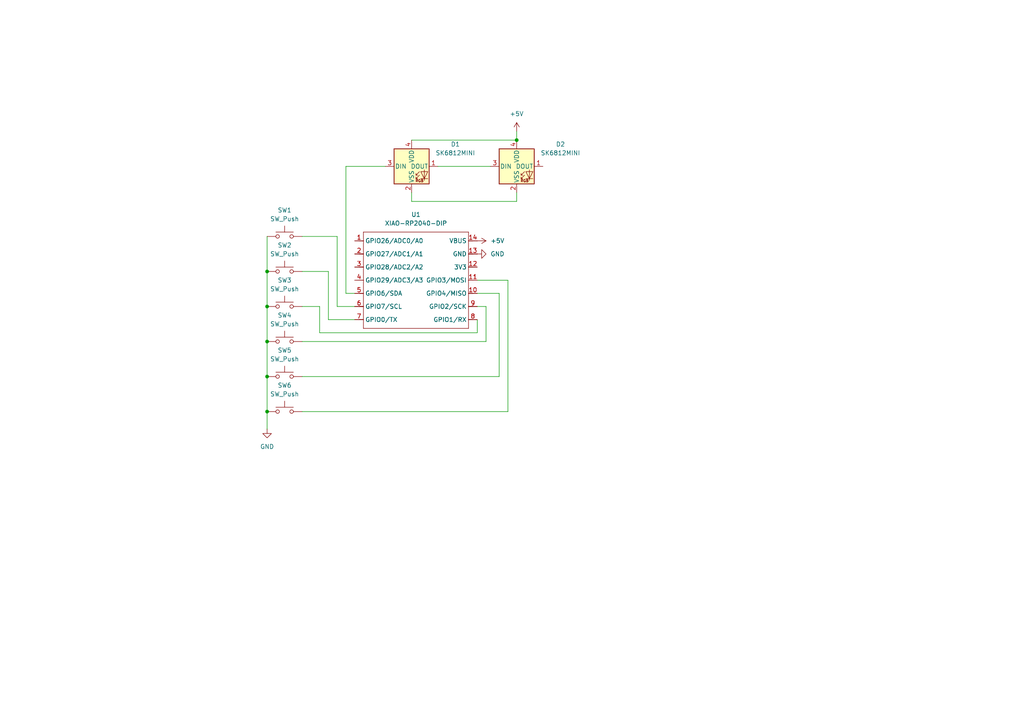
<source format=kicad_sch>
(kicad_sch
	(version 20250114)
	(generator "eeschema")
	(generator_version "9.0")
	(uuid "a6b0a94a-e7d4-4cc2-9777-4c6adc2aec2b")
	(paper "A4")
	(lib_symbols
		(symbol "LED:SK6812MINI"
			(pin_names
				(offset 0.254)
			)
			(exclude_from_sim no)
			(in_bom yes)
			(on_board yes)
			(property "Reference" "D"
				(at 5.08 5.715 0)
				(effects
					(font
						(size 1.27 1.27)
					)
					(justify right bottom)
				)
			)
			(property "Value" "SK6812MINI"
				(at 1.27 -5.715 0)
				(effects
					(font
						(size 1.27 1.27)
					)
					(justify left top)
				)
			)
			(property "Footprint" "LED_SMD:LED_SK6812MINI_PLCC4_3.5x3.5mm_P1.75mm"
				(at 1.27 -7.62 0)
				(effects
					(font
						(size 1.27 1.27)
					)
					(justify left top)
					(hide yes)
				)
			)
			(property "Datasheet" "https://cdn-shop.adafruit.com/product-files/2686/SK6812MINI_REV.01-1-2.pdf"
				(at 2.54 -9.525 0)
				(effects
					(font
						(size 1.27 1.27)
					)
					(justify left top)
					(hide yes)
				)
			)
			(property "Description" "RGB LED with integrated controller"
				(at 0 0 0)
				(effects
					(font
						(size 1.27 1.27)
					)
					(hide yes)
				)
			)
			(property "ki_keywords" "RGB LED NeoPixel Mini addressable"
				(at 0 0 0)
				(effects
					(font
						(size 1.27 1.27)
					)
					(hide yes)
				)
			)
			(property "ki_fp_filters" "LED*SK6812MINI*PLCC*3.5x3.5mm*P1.75mm*"
				(at 0 0 0)
				(effects
					(font
						(size 1.27 1.27)
					)
					(hide yes)
				)
			)
			(symbol "SK6812MINI_0_0"
				(text "RGB"
					(at 2.286 -4.191 0)
					(effects
						(font
							(size 0.762 0.762)
						)
					)
				)
			)
			(symbol "SK6812MINI_0_1"
				(polyline
					(pts
						(xy 1.27 -2.54) (xy 1.778 -2.54)
					)
					(stroke
						(width 0)
						(type default)
					)
					(fill
						(type none)
					)
				)
				(polyline
					(pts
						(xy 1.27 -3.556) (xy 1.778 -3.556)
					)
					(stroke
						(width 0)
						(type default)
					)
					(fill
						(type none)
					)
				)
				(polyline
					(pts
						(xy 2.286 -1.524) (xy 1.27 -2.54) (xy 1.27 -2.032)
					)
					(stroke
						(width 0)
						(type default)
					)
					(fill
						(type none)
					)
				)
				(polyline
					(pts
						(xy 2.286 -2.54) (xy 1.27 -3.556) (xy 1.27 -3.048)
					)
					(stroke
						(width 0)
						(type default)
					)
					(fill
						(type none)
					)
				)
				(polyline
					(pts
						(xy 3.683 -1.016) (xy 3.683 -3.556) (xy 3.683 -4.064)
					)
					(stroke
						(width 0)
						(type default)
					)
					(fill
						(type none)
					)
				)
				(polyline
					(pts
						(xy 4.699 -1.524) (xy 2.667 -1.524) (xy 3.683 -3.556) (xy 4.699 -1.524)
					)
					(stroke
						(width 0)
						(type default)
					)
					(fill
						(type none)
					)
				)
				(polyline
					(pts
						(xy 4.699 -3.556) (xy 2.667 -3.556)
					)
					(stroke
						(width 0)
						(type default)
					)
					(fill
						(type none)
					)
				)
				(rectangle
					(start 5.08 5.08)
					(end -5.08 -5.08)
					(stroke
						(width 0.254)
						(type default)
					)
					(fill
						(type background)
					)
				)
			)
			(symbol "SK6812MINI_1_1"
				(pin input line
					(at -7.62 0 0)
					(length 2.54)
					(name "DIN"
						(effects
							(font
								(size 1.27 1.27)
							)
						)
					)
					(number "3"
						(effects
							(font
								(size 1.27 1.27)
							)
						)
					)
				)
				(pin power_in line
					(at 0 7.62 270)
					(length 2.54)
					(name "VDD"
						(effects
							(font
								(size 1.27 1.27)
							)
						)
					)
					(number "4"
						(effects
							(font
								(size 1.27 1.27)
							)
						)
					)
				)
				(pin power_in line
					(at 0 -7.62 90)
					(length 2.54)
					(name "VSS"
						(effects
							(font
								(size 1.27 1.27)
							)
						)
					)
					(number "2"
						(effects
							(font
								(size 1.27 1.27)
							)
						)
					)
				)
				(pin output line
					(at 7.62 0 180)
					(length 2.54)
					(name "DOUT"
						(effects
							(font
								(size 1.27 1.27)
							)
						)
					)
					(number "1"
						(effects
							(font
								(size 1.27 1.27)
							)
						)
					)
				)
			)
			(embedded_fonts no)
		)
		(symbol "OPL:XIAO-RP2040-DIP"
			(exclude_from_sim no)
			(in_bom yes)
			(on_board yes)
			(property "Reference" "U"
				(at 0 0 0)
				(effects
					(font
						(size 1.27 1.27)
					)
				)
			)
			(property "Value" "XIAO-RP2040-DIP"
				(at 5.334 -1.778 0)
				(effects
					(font
						(size 1.27 1.27)
					)
				)
			)
			(property "Footprint" "Module:MOUDLE14P-XIAO-DIP-SMD"
				(at 14.478 -32.258 0)
				(effects
					(font
						(size 1.27 1.27)
					)
					(hide yes)
				)
			)
			(property "Datasheet" ""
				(at 0 0 0)
				(effects
					(font
						(size 1.27 1.27)
					)
					(hide yes)
				)
			)
			(property "Description" ""
				(at 0 0 0)
				(effects
					(font
						(size 1.27 1.27)
					)
					(hide yes)
				)
			)
			(symbol "XIAO-RP2040-DIP_1_0"
				(polyline
					(pts
						(xy -1.27 -2.54) (xy 29.21 -2.54)
					)
					(stroke
						(width 0.1524)
						(type solid)
					)
					(fill
						(type none)
					)
				)
				(polyline
					(pts
						(xy -1.27 -5.08) (xy -2.54 -5.08)
					)
					(stroke
						(width 0.1524)
						(type solid)
					)
					(fill
						(type none)
					)
				)
				(polyline
					(pts
						(xy -1.27 -5.08) (xy -1.27 -2.54)
					)
					(stroke
						(width 0.1524)
						(type solid)
					)
					(fill
						(type none)
					)
				)
				(polyline
					(pts
						(xy -1.27 -8.89) (xy -2.54 -8.89)
					)
					(stroke
						(width 0.1524)
						(type solid)
					)
					(fill
						(type none)
					)
				)
				(polyline
					(pts
						(xy -1.27 -8.89) (xy -1.27 -5.08)
					)
					(stroke
						(width 0.1524)
						(type solid)
					)
					(fill
						(type none)
					)
				)
				(polyline
					(pts
						(xy -1.27 -12.7) (xy -2.54 -12.7)
					)
					(stroke
						(width 0.1524)
						(type solid)
					)
					(fill
						(type none)
					)
				)
				(polyline
					(pts
						(xy -1.27 -12.7) (xy -1.27 -8.89)
					)
					(stroke
						(width 0.1524)
						(type solid)
					)
					(fill
						(type none)
					)
				)
				(polyline
					(pts
						(xy -1.27 -16.51) (xy -2.54 -16.51)
					)
					(stroke
						(width 0.1524)
						(type solid)
					)
					(fill
						(type none)
					)
				)
				(polyline
					(pts
						(xy -1.27 -16.51) (xy -1.27 -12.7)
					)
					(stroke
						(width 0.1524)
						(type solid)
					)
					(fill
						(type none)
					)
				)
				(polyline
					(pts
						(xy -1.27 -20.32) (xy -2.54 -20.32)
					)
					(stroke
						(width 0.1524)
						(type solid)
					)
					(fill
						(type none)
					)
				)
				(polyline
					(pts
						(xy -1.27 -24.13) (xy -2.54 -24.13)
					)
					(stroke
						(width 0.1524)
						(type solid)
					)
					(fill
						(type none)
					)
				)
				(polyline
					(pts
						(xy -1.27 -27.94) (xy -2.54 -27.94)
					)
					(stroke
						(width 0.1524)
						(type solid)
					)
					(fill
						(type none)
					)
				)
				(polyline
					(pts
						(xy -1.27 -30.48) (xy -1.27 -16.51)
					)
					(stroke
						(width 0.1524)
						(type solid)
					)
					(fill
						(type none)
					)
				)
				(polyline
					(pts
						(xy 29.21 -2.54) (xy 29.21 -5.08)
					)
					(stroke
						(width 0.1524)
						(type solid)
					)
					(fill
						(type none)
					)
				)
				(polyline
					(pts
						(xy 29.21 -5.08) (xy 29.21 -8.89)
					)
					(stroke
						(width 0.1524)
						(type solid)
					)
					(fill
						(type none)
					)
				)
				(polyline
					(pts
						(xy 29.21 -8.89) (xy 29.21 -12.7)
					)
					(stroke
						(width 0.1524)
						(type solid)
					)
					(fill
						(type none)
					)
				)
				(polyline
					(pts
						(xy 29.21 -12.7) (xy 29.21 -30.48)
					)
					(stroke
						(width 0.1524)
						(type solid)
					)
					(fill
						(type none)
					)
				)
				(polyline
					(pts
						(xy 29.21 -30.48) (xy -1.27 -30.48)
					)
					(stroke
						(width 0.1524)
						(type solid)
					)
					(fill
						(type none)
					)
				)
				(polyline
					(pts
						(xy 30.48 -5.08) (xy 29.21 -5.08)
					)
					(stroke
						(width 0.1524)
						(type solid)
					)
					(fill
						(type none)
					)
				)
				(polyline
					(pts
						(xy 30.48 -8.89) (xy 29.21 -8.89)
					)
					(stroke
						(width 0.1524)
						(type solid)
					)
					(fill
						(type none)
					)
				)
				(polyline
					(pts
						(xy 30.48 -12.7) (xy 29.21 -12.7)
					)
					(stroke
						(width 0.1524)
						(type solid)
					)
					(fill
						(type none)
					)
				)
				(polyline
					(pts
						(xy 30.48 -16.51) (xy 29.21 -16.51)
					)
					(stroke
						(width 0.1524)
						(type solid)
					)
					(fill
						(type none)
					)
				)
				(polyline
					(pts
						(xy 30.48 -20.32) (xy 29.21 -20.32)
					)
					(stroke
						(width 0.1524)
						(type solid)
					)
					(fill
						(type none)
					)
				)
				(polyline
					(pts
						(xy 30.48 -24.13) (xy 29.21 -24.13)
					)
					(stroke
						(width 0.1524)
						(type solid)
					)
					(fill
						(type none)
					)
				)
				(polyline
					(pts
						(xy 30.48 -27.94) (xy 29.21 -27.94)
					)
					(stroke
						(width 0.1524)
						(type solid)
					)
					(fill
						(type none)
					)
				)
				(pin passive line
					(at -3.81 -5.08 0)
					(length 2.54)
					(name "GPIO26/ADC0/A0"
						(effects
							(font
								(size 1.27 1.27)
							)
						)
					)
					(number "1"
						(effects
							(font
								(size 1.27 1.27)
							)
						)
					)
				)
				(pin passive line
					(at -3.81 -8.89 0)
					(length 2.54)
					(name "GPIO27/ADC1/A1"
						(effects
							(font
								(size 1.27 1.27)
							)
						)
					)
					(number "2"
						(effects
							(font
								(size 1.27 1.27)
							)
						)
					)
				)
				(pin passive line
					(at -3.81 -12.7 0)
					(length 2.54)
					(name "GPIO28/ADC2/A2"
						(effects
							(font
								(size 1.27 1.27)
							)
						)
					)
					(number "3"
						(effects
							(font
								(size 1.27 1.27)
							)
						)
					)
				)
				(pin passive line
					(at -3.81 -16.51 0)
					(length 2.54)
					(name "GPIO29/ADC3/A3"
						(effects
							(font
								(size 1.27 1.27)
							)
						)
					)
					(number "4"
						(effects
							(font
								(size 1.27 1.27)
							)
						)
					)
				)
				(pin passive line
					(at -3.81 -20.32 0)
					(length 2.54)
					(name "GPIO6/SDA"
						(effects
							(font
								(size 1.27 1.27)
							)
						)
					)
					(number "5"
						(effects
							(font
								(size 1.27 1.27)
							)
						)
					)
				)
				(pin passive line
					(at -3.81 -24.13 0)
					(length 2.54)
					(name "GPIO7/SCL"
						(effects
							(font
								(size 1.27 1.27)
							)
						)
					)
					(number "6"
						(effects
							(font
								(size 1.27 1.27)
							)
						)
					)
				)
				(pin passive line
					(at -3.81 -27.94 0)
					(length 2.54)
					(name "GPIO0/TX"
						(effects
							(font
								(size 1.27 1.27)
							)
						)
					)
					(number "7"
						(effects
							(font
								(size 1.27 1.27)
							)
						)
					)
				)
				(pin passive line
					(at 31.75 -5.08 180)
					(length 2.54)
					(name "VBUS"
						(effects
							(font
								(size 1.27 1.27)
							)
						)
					)
					(number "14"
						(effects
							(font
								(size 1.27 1.27)
							)
						)
					)
				)
				(pin passive line
					(at 31.75 -8.89 180)
					(length 2.54)
					(name "GND"
						(effects
							(font
								(size 1.27 1.27)
							)
						)
					)
					(number "13"
						(effects
							(font
								(size 1.27 1.27)
							)
						)
					)
				)
				(pin passive line
					(at 31.75 -12.7 180)
					(length 2.54)
					(name "3V3"
						(effects
							(font
								(size 1.27 1.27)
							)
						)
					)
					(number "12"
						(effects
							(font
								(size 1.27 1.27)
							)
						)
					)
				)
				(pin passive line
					(at 31.75 -16.51 180)
					(length 2.54)
					(name "GPIO3/MOSI"
						(effects
							(font
								(size 1.27 1.27)
							)
						)
					)
					(number "11"
						(effects
							(font
								(size 1.27 1.27)
							)
						)
					)
				)
				(pin passive line
					(at 31.75 -20.32 180)
					(length 2.54)
					(name "GPIO4/MISO"
						(effects
							(font
								(size 1.27 1.27)
							)
						)
					)
					(number "10"
						(effects
							(font
								(size 1.27 1.27)
							)
						)
					)
				)
				(pin passive line
					(at 31.75 -24.13 180)
					(length 2.54)
					(name "GPIO2/SCK"
						(effects
							(font
								(size 1.27 1.27)
							)
						)
					)
					(number "9"
						(effects
							(font
								(size 1.27 1.27)
							)
						)
					)
				)
				(pin passive line
					(at 31.75 -27.94 180)
					(length 2.54)
					(name "GPIO1/RX"
						(effects
							(font
								(size 1.27 1.27)
							)
						)
					)
					(number "8"
						(effects
							(font
								(size 1.27 1.27)
							)
						)
					)
				)
			)
			(embedded_fonts no)
		)
		(symbol "Switch:SW_Push"
			(pin_numbers
				(hide yes)
			)
			(pin_names
				(offset 1.016)
				(hide yes)
			)
			(exclude_from_sim no)
			(in_bom yes)
			(on_board yes)
			(property "Reference" "SW"
				(at 1.27 2.54 0)
				(effects
					(font
						(size 1.27 1.27)
					)
					(justify left)
				)
			)
			(property "Value" "SW_Push"
				(at 0 -1.524 0)
				(effects
					(font
						(size 1.27 1.27)
					)
				)
			)
			(property "Footprint" ""
				(at 0 5.08 0)
				(effects
					(font
						(size 1.27 1.27)
					)
					(hide yes)
				)
			)
			(property "Datasheet" "~"
				(at 0 5.08 0)
				(effects
					(font
						(size 1.27 1.27)
					)
					(hide yes)
				)
			)
			(property "Description" "Push button switch, generic, two pins"
				(at 0 0 0)
				(effects
					(font
						(size 1.27 1.27)
					)
					(hide yes)
				)
			)
			(property "ki_keywords" "switch normally-open pushbutton push-button"
				(at 0 0 0)
				(effects
					(font
						(size 1.27 1.27)
					)
					(hide yes)
				)
			)
			(symbol "SW_Push_0_1"
				(circle
					(center -2.032 0)
					(radius 0.508)
					(stroke
						(width 0)
						(type default)
					)
					(fill
						(type none)
					)
				)
				(polyline
					(pts
						(xy 0 1.27) (xy 0 3.048)
					)
					(stroke
						(width 0)
						(type default)
					)
					(fill
						(type none)
					)
				)
				(circle
					(center 2.032 0)
					(radius 0.508)
					(stroke
						(width 0)
						(type default)
					)
					(fill
						(type none)
					)
				)
				(polyline
					(pts
						(xy 2.54 1.27) (xy -2.54 1.27)
					)
					(stroke
						(width 0)
						(type default)
					)
					(fill
						(type none)
					)
				)
				(pin passive line
					(at -5.08 0 0)
					(length 2.54)
					(name "1"
						(effects
							(font
								(size 1.27 1.27)
							)
						)
					)
					(number "1"
						(effects
							(font
								(size 1.27 1.27)
							)
						)
					)
				)
				(pin passive line
					(at 5.08 0 180)
					(length 2.54)
					(name "2"
						(effects
							(font
								(size 1.27 1.27)
							)
						)
					)
					(number "2"
						(effects
							(font
								(size 1.27 1.27)
							)
						)
					)
				)
			)
			(embedded_fonts no)
		)
		(symbol "power:+5V"
			(power)
			(pin_numbers
				(hide yes)
			)
			(pin_names
				(offset 0)
				(hide yes)
			)
			(exclude_from_sim no)
			(in_bom yes)
			(on_board yes)
			(property "Reference" "#PWR"
				(at 0 -3.81 0)
				(effects
					(font
						(size 1.27 1.27)
					)
					(hide yes)
				)
			)
			(property "Value" "+5V"
				(at 0 3.556 0)
				(effects
					(font
						(size 1.27 1.27)
					)
				)
			)
			(property "Footprint" ""
				(at 0 0 0)
				(effects
					(font
						(size 1.27 1.27)
					)
					(hide yes)
				)
			)
			(property "Datasheet" ""
				(at 0 0 0)
				(effects
					(font
						(size 1.27 1.27)
					)
					(hide yes)
				)
			)
			(property "Description" "Power symbol creates a global label with name \"+5V\""
				(at 0 0 0)
				(effects
					(font
						(size 1.27 1.27)
					)
					(hide yes)
				)
			)
			(property "ki_keywords" "global power"
				(at 0 0 0)
				(effects
					(font
						(size 1.27 1.27)
					)
					(hide yes)
				)
			)
			(symbol "+5V_0_1"
				(polyline
					(pts
						(xy -0.762 1.27) (xy 0 2.54)
					)
					(stroke
						(width 0)
						(type default)
					)
					(fill
						(type none)
					)
				)
				(polyline
					(pts
						(xy 0 2.54) (xy 0.762 1.27)
					)
					(stroke
						(width 0)
						(type default)
					)
					(fill
						(type none)
					)
				)
				(polyline
					(pts
						(xy 0 0) (xy 0 2.54)
					)
					(stroke
						(width 0)
						(type default)
					)
					(fill
						(type none)
					)
				)
			)
			(symbol "+5V_1_1"
				(pin power_in line
					(at 0 0 90)
					(length 0)
					(name "~"
						(effects
							(font
								(size 1.27 1.27)
							)
						)
					)
					(number "1"
						(effects
							(font
								(size 1.27 1.27)
							)
						)
					)
				)
			)
			(embedded_fonts no)
		)
		(symbol "power:GND"
			(power)
			(pin_numbers
				(hide yes)
			)
			(pin_names
				(offset 0)
				(hide yes)
			)
			(exclude_from_sim no)
			(in_bom yes)
			(on_board yes)
			(property "Reference" "#PWR"
				(at 0 -6.35 0)
				(effects
					(font
						(size 1.27 1.27)
					)
					(hide yes)
				)
			)
			(property "Value" "GND"
				(at 0 -3.81 0)
				(effects
					(font
						(size 1.27 1.27)
					)
				)
			)
			(property "Footprint" ""
				(at 0 0 0)
				(effects
					(font
						(size 1.27 1.27)
					)
					(hide yes)
				)
			)
			(property "Datasheet" ""
				(at 0 0 0)
				(effects
					(font
						(size 1.27 1.27)
					)
					(hide yes)
				)
			)
			(property "Description" "Power symbol creates a global label with name \"GND\" , ground"
				(at 0 0 0)
				(effects
					(font
						(size 1.27 1.27)
					)
					(hide yes)
				)
			)
			(property "ki_keywords" "global power"
				(at 0 0 0)
				(effects
					(font
						(size 1.27 1.27)
					)
					(hide yes)
				)
			)
			(symbol "GND_0_1"
				(polyline
					(pts
						(xy 0 0) (xy 0 -1.27) (xy 1.27 -1.27) (xy 0 -2.54) (xy -1.27 -1.27) (xy 0 -1.27)
					)
					(stroke
						(width 0)
						(type default)
					)
					(fill
						(type none)
					)
				)
			)
			(symbol "GND_1_1"
				(pin power_in line
					(at 0 0 270)
					(length 0)
					(name "~"
						(effects
							(font
								(size 1.27 1.27)
							)
						)
					)
					(number "1"
						(effects
							(font
								(size 1.27 1.27)
							)
						)
					)
				)
			)
			(embedded_fonts no)
		)
	)
	(junction
		(at 77.47 88.9)
		(diameter 0)
		(color 0 0 0 0)
		(uuid "3dc42176-8457-46af-a134-48d48ac243d3")
	)
	(junction
		(at 77.47 119.38)
		(diameter 0)
		(color 0 0 0 0)
		(uuid "45a925c0-8615-46ae-8481-37c7b4a74faf")
	)
	(junction
		(at 77.47 99.06)
		(diameter 0)
		(color 0 0 0 0)
		(uuid "5c99d660-a4ad-4e79-b603-f1e2fa6c92cb")
	)
	(junction
		(at 149.86 40.64)
		(diameter 0)
		(color 0 0 0 0)
		(uuid "856a9452-32c3-4028-8cdf-6c1e1bc06538")
	)
	(junction
		(at 77.47 78.74)
		(diameter 0)
		(color 0 0 0 0)
		(uuid "8c0b66aa-b169-4a28-883a-560c8cb8239c")
	)
	(junction
		(at 77.47 109.22)
		(diameter 0)
		(color 0 0 0 0)
		(uuid "9b6381e5-1e75-4cec-a563-8c48f93c6fa8")
	)
	(wire
		(pts
			(xy 119.38 58.42) (xy 149.86 58.42)
		)
		(stroke
			(width 0)
			(type default)
		)
		(uuid "0d43477b-1199-4871-a3d7-c79d0415b4e9")
	)
	(wire
		(pts
			(xy 87.63 88.9) (xy 92.71 88.9)
		)
		(stroke
			(width 0)
			(type default)
		)
		(uuid "0da6aae0-702d-45f7-b320-d0b25dac509e")
	)
	(wire
		(pts
			(xy 147.32 119.38) (xy 147.32 81.28)
		)
		(stroke
			(width 0)
			(type default)
		)
		(uuid "0da911b7-d904-4860-90ea-714c9f348e13")
	)
	(wire
		(pts
			(xy 87.63 99.06) (xy 140.97 99.06)
		)
		(stroke
			(width 0)
			(type default)
		)
		(uuid "0ef25696-655e-4180-b93f-46086c591084")
	)
	(wire
		(pts
			(xy 144.78 109.22) (xy 144.78 85.09)
		)
		(stroke
			(width 0)
			(type default)
		)
		(uuid "10b17205-c655-47ba-9b72-3d09559265e4")
	)
	(wire
		(pts
			(xy 147.32 81.28) (xy 138.43 81.28)
		)
		(stroke
			(width 0)
			(type default)
		)
		(uuid "1a35193e-e451-4428-ab7b-9f222bd21cf5")
	)
	(wire
		(pts
			(xy 95.25 78.74) (xy 95.25 92.71)
		)
		(stroke
			(width 0)
			(type default)
		)
		(uuid "1d719e13-7aed-48c9-ac19-884e532b574b")
	)
	(wire
		(pts
			(xy 77.47 109.22) (xy 77.47 119.38)
		)
		(stroke
			(width 0)
			(type default)
		)
		(uuid "2224e348-0931-40e0-9401-83f4e9fae3a3")
	)
	(wire
		(pts
			(xy 119.38 40.64) (xy 149.86 40.64)
		)
		(stroke
			(width 0)
			(type default)
		)
		(uuid "2316bbfc-9561-4aa7-b880-336fc4457013")
	)
	(wire
		(pts
			(xy 87.63 68.58) (xy 97.79 68.58)
		)
		(stroke
			(width 0)
			(type default)
		)
		(uuid "2465f6ea-a8df-4830-b8b0-8537385ba60c")
	)
	(wire
		(pts
			(xy 92.71 88.9) (xy 92.71 96.52)
		)
		(stroke
			(width 0)
			(type default)
		)
		(uuid "254f2eb5-7771-40be-ad39-6e4d8cecc292")
	)
	(wire
		(pts
			(xy 97.79 88.9) (xy 102.87 88.9)
		)
		(stroke
			(width 0)
			(type default)
		)
		(uuid "263c15e4-dc0a-4c0f-bfe3-a40eacf9852a")
	)
	(wire
		(pts
			(xy 97.79 68.58) (xy 97.79 88.9)
		)
		(stroke
			(width 0)
			(type default)
		)
		(uuid "2d1a219a-b28e-4ffc-bdfc-3819c6244d23")
	)
	(wire
		(pts
			(xy 87.63 109.22) (xy 144.78 109.22)
		)
		(stroke
			(width 0)
			(type default)
		)
		(uuid "34828411-e8f0-4fe8-bc92-98de8c8da6b6")
	)
	(wire
		(pts
			(xy 77.47 88.9) (xy 77.47 99.06)
		)
		(stroke
			(width 0)
			(type default)
		)
		(uuid "4420c878-c5c2-4ed6-911b-ec2707372d7c")
	)
	(wire
		(pts
			(xy 127 48.26) (xy 142.24 48.26)
		)
		(stroke
			(width 0)
			(type default)
		)
		(uuid "450fb0a1-67da-44d6-9cad-efd19a701017")
	)
	(wire
		(pts
			(xy 100.33 48.26) (xy 100.33 85.09)
		)
		(stroke
			(width 0)
			(type default)
		)
		(uuid "4f9a6a4c-9594-4749-a07e-72155a973c12")
	)
	(wire
		(pts
			(xy 149.86 38.1) (xy 149.86 40.64)
		)
		(stroke
			(width 0)
			(type default)
		)
		(uuid "63ecc3f8-c459-4121-a373-9ca2d7ba8e48")
	)
	(wire
		(pts
			(xy 138.43 96.52) (xy 138.43 92.71)
		)
		(stroke
			(width 0)
			(type default)
		)
		(uuid "6eb64a89-98be-4b7c-a9e6-08a0a24deb9a")
	)
	(wire
		(pts
			(xy 95.25 92.71) (xy 102.87 92.71)
		)
		(stroke
			(width 0)
			(type default)
		)
		(uuid "6eec769c-9844-494d-8b47-d35dfe5b945f")
	)
	(wire
		(pts
			(xy 87.63 78.74) (xy 95.25 78.74)
		)
		(stroke
			(width 0)
			(type default)
		)
		(uuid "745883d6-6fe5-429d-b5e7-58afae68314f")
	)
	(wire
		(pts
			(xy 140.97 88.9) (xy 138.43 88.9)
		)
		(stroke
			(width 0)
			(type default)
		)
		(uuid "7fbfc39c-48c0-47f9-8f57-d5e51569f5df")
	)
	(wire
		(pts
			(xy 119.38 55.88) (xy 119.38 58.42)
		)
		(stroke
			(width 0)
			(type default)
		)
		(uuid "86d542e5-fe66-4485-aaec-f39feb054169")
	)
	(wire
		(pts
			(xy 77.47 78.74) (xy 77.47 88.9)
		)
		(stroke
			(width 0)
			(type default)
		)
		(uuid "9b8f5a8c-f010-4415-9676-539b35f8b241")
	)
	(wire
		(pts
			(xy 92.71 96.52) (xy 138.43 96.52)
		)
		(stroke
			(width 0)
			(type default)
		)
		(uuid "9c16e0d9-9f5e-4b7b-b92f-e6beac52b641")
	)
	(wire
		(pts
			(xy 144.78 85.09) (xy 138.43 85.09)
		)
		(stroke
			(width 0)
			(type default)
		)
		(uuid "9cab16fc-8c48-4c23-ab59-65d9f26b7fda")
	)
	(wire
		(pts
			(xy 149.86 58.42) (xy 149.86 55.88)
		)
		(stroke
			(width 0)
			(type default)
		)
		(uuid "a4aeb719-3110-4824-8b54-49eb8b7e5988")
	)
	(wire
		(pts
			(xy 100.33 85.09) (xy 102.87 85.09)
		)
		(stroke
			(width 0)
			(type default)
		)
		(uuid "af379153-5d01-4a7a-8ff8-edc2a63c3192")
	)
	(wire
		(pts
			(xy 87.63 119.38) (xy 147.32 119.38)
		)
		(stroke
			(width 0)
			(type default)
		)
		(uuid "c1289c84-2023-46fa-8076-8d3ab0047183")
	)
	(wire
		(pts
			(xy 140.97 99.06) (xy 140.97 88.9)
		)
		(stroke
			(width 0)
			(type default)
		)
		(uuid "c91bdde1-04d8-4f83-af68-c6f081b9ac03")
	)
	(wire
		(pts
			(xy 77.47 119.38) (xy 77.47 124.46)
		)
		(stroke
			(width 0)
			(type default)
		)
		(uuid "dd4524c8-dcf9-49ac-b8b8-a92a29e03eba")
	)
	(wire
		(pts
			(xy 77.47 99.06) (xy 77.47 109.22)
		)
		(stroke
			(width 0)
			(type default)
		)
		(uuid "ed08dec0-1566-4c97-9dcd-a1d96f5abe4f")
	)
	(wire
		(pts
			(xy 111.76 48.26) (xy 100.33 48.26)
		)
		(stroke
			(width 0)
			(type default)
		)
		(uuid "f97e4512-aa34-42f6-bbd5-44c60fe2ff73")
	)
	(wire
		(pts
			(xy 77.47 68.58) (xy 77.47 78.74)
		)
		(stroke
			(width 0)
			(type default)
		)
		(uuid "fda84282-97f4-4980-820d-4ccc079331ae")
	)
	(symbol
		(lib_id "Switch:SW_Push")
		(at 82.55 68.58 0)
		(unit 1)
		(exclude_from_sim no)
		(in_bom yes)
		(on_board yes)
		(dnp no)
		(fields_autoplaced yes)
		(uuid "0907fe96-1632-47c6-bfe4-77d954e50fce")
		(property "Reference" "SW1"
			(at 82.55 60.96 0)
			(effects
				(font
					(size 1.27 1.27)
				)
			)
		)
		(property "Value" "SW_Push"
			(at 82.55 63.5 0)
			(effects
				(font
					(size 1.27 1.27)
				)
			)
		)
		(property "Footprint" "Button_Switch_Keyboard:SW_Cherry_MX_1.00u_PCB"
			(at 82.55 63.5 0)
			(effects
				(font
					(size 1.27 1.27)
				)
				(hide yes)
			)
		)
		(property "Datasheet" "~"
			(at 82.55 63.5 0)
			(effects
				(font
					(size 1.27 1.27)
				)
				(hide yes)
			)
		)
		(property "Description" "Push button switch, generic, two pins"
			(at 82.55 68.58 0)
			(effects
				(font
					(size 1.27 1.27)
				)
				(hide yes)
			)
		)
		(pin "1"
			(uuid "0de75d61-a312-4c74-94d7-a4f13bd26212")
		)
		(pin "2"
			(uuid "6b041782-4d9a-4002-bf4d-97290b7f0bfd")
		)
		(instances
			(project ""
				(path "/a6b0a94a-e7d4-4cc2-9777-4c6adc2aec2b"
					(reference "SW1")
					(unit 1)
				)
			)
		)
	)
	(symbol
		(lib_id "Switch:SW_Push")
		(at 82.55 78.74 0)
		(unit 1)
		(exclude_from_sim no)
		(in_bom yes)
		(on_board yes)
		(dnp no)
		(fields_autoplaced yes)
		(uuid "0a67ef4d-b9bb-48eb-a418-12c43ea22407")
		(property "Reference" "SW2"
			(at 82.55 71.12 0)
			(effects
				(font
					(size 1.27 1.27)
				)
			)
		)
		(property "Value" "SW_Push"
			(at 82.55 73.66 0)
			(effects
				(font
					(size 1.27 1.27)
				)
			)
		)
		(property "Footprint" "Button_Switch_Keyboard:SW_Cherry_MX_1.00u_PCB"
			(at 82.55 73.66 0)
			(effects
				(font
					(size 1.27 1.27)
				)
				(hide yes)
			)
		)
		(property "Datasheet" "~"
			(at 82.55 73.66 0)
			(effects
				(font
					(size 1.27 1.27)
				)
				(hide yes)
			)
		)
		(property "Description" "Push button switch, generic, two pins"
			(at 82.55 78.74 0)
			(effects
				(font
					(size 1.27 1.27)
				)
				(hide yes)
			)
		)
		(pin "1"
			(uuid "0de75d61-a312-4c74-94d7-a4f13bd26213")
		)
		(pin "2"
			(uuid "6b041782-4d9a-4002-bf4d-97290b7f0bfe")
		)
		(instances
			(project ""
				(path "/a6b0a94a-e7d4-4cc2-9777-4c6adc2aec2b"
					(reference "SW2")
					(unit 1)
				)
			)
		)
	)
	(symbol
		(lib_id "OPL:XIAO-RP2040-DIP")
		(at 106.68 64.77 0)
		(unit 1)
		(exclude_from_sim no)
		(in_bom yes)
		(on_board yes)
		(dnp no)
		(fields_autoplaced yes)
		(uuid "0dbb849a-9624-4e25-8c73-fdc3fb70bcac")
		(property "Reference" "U1"
			(at 120.65 62.23 0)
			(effects
				(font
					(size 1.27 1.27)
				)
			)
		)
		(property "Value" "XIAO-RP2040-DIP"
			(at 120.65 64.77 0)
			(effects
				(font
					(size 1.27 1.27)
				)
			)
		)
		(property "Footprint" "OPL:XIAO-RP2040-DIP"
			(at 121.158 97.028 0)
			(effects
				(font
					(size 1.27 1.27)
				)
				(hide yes)
			)
		)
		(property "Datasheet" ""
			(at 106.68 64.77 0)
			(effects
				(font
					(size 1.27 1.27)
				)
				(hide yes)
			)
		)
		(property "Description" ""
			(at 106.68 64.77 0)
			(effects
				(font
					(size 1.27 1.27)
				)
				(hide yes)
			)
		)
		(pin "13"
			(uuid "7a5b81ab-826c-413e-933d-582befcdf1f9")
		)
		(pin "1"
			(uuid "708ce859-d44d-44b3-b7d0-9d20374d6d07")
		)
		(pin "7"
			(uuid "1d99915e-b9f8-4954-9eb2-baa5f384398e")
		)
		(pin "6"
			(uuid "98adede2-b20b-43b1-93eb-6cb494e7ec35")
		)
		(pin "2"
			(uuid "1c806015-1dba-43e3-99ca-81f119cdee7e")
		)
		(pin "3"
			(uuid "76580561-84a9-4b8c-b41b-bfad6e47c0d2")
		)
		(pin "4"
			(uuid "99cac354-be59-4300-a12b-1f7b0077cbdb")
		)
		(pin "5"
			(uuid "ed1d71ca-c4b8-449a-a29a-2241457c3d29")
		)
		(pin "14"
			(uuid "a3052890-77b6-4d02-8974-2e9a04767113")
		)
		(pin "12"
			(uuid "f05f3a7a-b36a-41de-88aa-8b675facfb61")
		)
		(pin "11"
			(uuid "51f9aa36-14b4-414b-8437-766eb20fb64d")
		)
		(pin "9"
			(uuid "e4ea49d7-d763-4552-814b-680c59b5005f")
		)
		(pin "8"
			(uuid "0bc289a5-8b12-454f-bace-3769ca414f34")
		)
		(pin "10"
			(uuid "b3144d3b-c064-440f-9279-039017a64a8c")
		)
		(instances
			(project ""
				(path "/a6b0a94a-e7d4-4cc2-9777-4c6adc2aec2b"
					(reference "U1")
					(unit 1)
				)
			)
		)
	)
	(symbol
		(lib_id "Switch:SW_Push")
		(at 82.55 99.06 0)
		(unit 1)
		(exclude_from_sim no)
		(in_bom yes)
		(on_board yes)
		(dnp no)
		(fields_autoplaced yes)
		(uuid "26602a32-dfee-4d71-84d9-54390939d2e3")
		(property "Reference" "SW4"
			(at 82.55 91.44 0)
			(effects
				(font
					(size 1.27 1.27)
				)
			)
		)
		(property "Value" "SW_Push"
			(at 82.55 93.98 0)
			(effects
				(font
					(size 1.27 1.27)
				)
			)
		)
		(property "Footprint" "Button_Switch_Keyboard:SW_Cherry_MX_1.00u_PCB"
			(at 82.55 93.98 0)
			(effects
				(font
					(size 1.27 1.27)
				)
				(hide yes)
			)
		)
		(property "Datasheet" "~"
			(at 82.55 93.98 0)
			(effects
				(font
					(size 1.27 1.27)
				)
				(hide yes)
			)
		)
		(property "Description" "Push button switch, generic, two pins"
			(at 82.55 99.06 0)
			(effects
				(font
					(size 1.27 1.27)
				)
				(hide yes)
			)
		)
		(pin "1"
			(uuid "0de75d61-a312-4c74-94d7-a4f13bd26214")
		)
		(pin "2"
			(uuid "6b041782-4d9a-4002-bf4d-97290b7f0bff")
		)
		(instances
			(project ""
				(path "/a6b0a94a-e7d4-4cc2-9777-4c6adc2aec2b"
					(reference "SW4")
					(unit 1)
				)
			)
		)
	)
	(symbol
		(lib_id "power:+5V")
		(at 149.86 38.1 0)
		(unit 1)
		(exclude_from_sim no)
		(in_bom yes)
		(on_board yes)
		(dnp no)
		(fields_autoplaced yes)
		(uuid "59af0add-7eb0-4b9d-b5f5-884aaf57b6a4")
		(property "Reference" "#PWR03"
			(at 149.86 41.91 0)
			(effects
				(font
					(size 1.27 1.27)
				)
				(hide yes)
			)
		)
		(property "Value" "+5V"
			(at 149.86 33.02 0)
			(effects
				(font
					(size 1.27 1.27)
				)
			)
		)
		(property "Footprint" ""
			(at 149.86 38.1 0)
			(effects
				(font
					(size 1.27 1.27)
				)
				(hide yes)
			)
		)
		(property "Datasheet" ""
			(at 149.86 38.1 0)
			(effects
				(font
					(size 1.27 1.27)
				)
				(hide yes)
			)
		)
		(property "Description" "Power symbol creates a global label with name \"+5V\""
			(at 149.86 38.1 0)
			(effects
				(font
					(size 1.27 1.27)
				)
				(hide yes)
			)
		)
		(pin "1"
			(uuid "a7811469-8f73-4a93-938d-39cb93cdee4c")
		)
		(instances
			(project ""
				(path "/a6b0a94a-e7d4-4cc2-9777-4c6adc2aec2b"
					(reference "#PWR03")
					(unit 1)
				)
			)
		)
	)
	(symbol
		(lib_id "power:GND")
		(at 138.43 73.66 90)
		(unit 1)
		(exclude_from_sim no)
		(in_bom yes)
		(on_board yes)
		(dnp no)
		(fields_autoplaced yes)
		(uuid "7e640f49-0a7c-4794-ae29-4718cc9edc1d")
		(property "Reference" "#PWR02"
			(at 144.78 73.66 0)
			(effects
				(font
					(size 1.27 1.27)
				)
				(hide yes)
			)
		)
		(property "Value" "GND"
			(at 142.24 73.6599 90)
			(effects
				(font
					(size 1.27 1.27)
				)
				(justify right)
			)
		)
		(property "Footprint" ""
			(at 138.43 73.66 0)
			(effects
				(font
					(size 1.27 1.27)
				)
				(hide yes)
			)
		)
		(property "Datasheet" ""
			(at 138.43 73.66 0)
			(effects
				(font
					(size 1.27 1.27)
				)
				(hide yes)
			)
		)
		(property "Description" "Power symbol creates a global label with name \"GND\" , ground"
			(at 138.43 73.66 0)
			(effects
				(font
					(size 1.27 1.27)
				)
				(hide yes)
			)
		)
		(pin "1"
			(uuid "4212d6ca-f842-41a6-8739-782414d8ad8d")
		)
		(instances
			(project ""
				(path "/a6b0a94a-e7d4-4cc2-9777-4c6adc2aec2b"
					(reference "#PWR02")
					(unit 1)
				)
			)
		)
	)
	(symbol
		(lib_id "LED:SK6812MINI")
		(at 119.38 48.26 0)
		(unit 1)
		(exclude_from_sim no)
		(in_bom yes)
		(on_board yes)
		(dnp no)
		(fields_autoplaced yes)
		(uuid "a7008695-0593-4e3e-9d4b-0a9e9ef9dcc4")
		(property "Reference" "D1"
			(at 132.08 41.8398 0)
			(effects
				(font
					(size 1.27 1.27)
				)
			)
		)
		(property "Value" "SK6812MINI"
			(at 132.08 44.3798 0)
			(effects
				(font
					(size 1.27 1.27)
				)
			)
		)
		(property "Footprint" "LED_SMD:LED_SK6812MINI_PLCC4_3.5x3.5mm_P1.75mm"
			(at 120.65 55.88 0)
			(effects
				(font
					(size 1.27 1.27)
				)
				(justify left top)
				(hide yes)
			)
		)
		(property "Datasheet" "https://cdn-shop.adafruit.com/product-files/2686/SK6812MINI_REV.01-1-2.pdf"
			(at 121.92 57.785 0)
			(effects
				(font
					(size 1.27 1.27)
				)
				(justify left top)
				(hide yes)
			)
		)
		(property "Description" "RGB LED with integrated controller"
			(at 119.38 48.26 0)
			(effects
				(font
					(size 1.27 1.27)
				)
				(hide yes)
			)
		)
		(pin "1"
			(uuid "908f272c-ded9-46fc-b8fe-11cc9aa796c0")
		)
		(pin "3"
			(uuid "9cc2b98b-d0ca-4029-bb4b-8658fe854d65")
		)
		(pin "4"
			(uuid "11e98196-0cda-4fe2-b1b8-5a6abca25f11")
		)
		(pin "2"
			(uuid "383c85c9-e9e4-4994-bc2a-ae75f2796bfd")
		)
		(instances
			(project ""
				(path "/a6b0a94a-e7d4-4cc2-9777-4c6adc2aec2b"
					(reference "D1")
					(unit 1)
				)
			)
		)
	)
	(symbol
		(lib_id "Switch:SW_Push")
		(at 82.55 119.38 0)
		(unit 1)
		(exclude_from_sim no)
		(in_bom yes)
		(on_board yes)
		(dnp no)
		(fields_autoplaced yes)
		(uuid "cc069494-ee2d-4360-9227-b323fbf070a5")
		(property "Reference" "SW6"
			(at 82.55 111.76 0)
			(effects
				(font
					(size 1.27 1.27)
				)
			)
		)
		(property "Value" "SW_Push"
			(at 82.55 114.3 0)
			(effects
				(font
					(size 1.27 1.27)
				)
			)
		)
		(property "Footprint" "Button_Switch_Keyboard:SW_Cherry_MX_1.00u_PCB"
			(at 82.55 114.3 0)
			(effects
				(font
					(size 1.27 1.27)
				)
				(hide yes)
			)
		)
		(property "Datasheet" "~"
			(at 82.55 114.3 0)
			(effects
				(font
					(size 1.27 1.27)
				)
				(hide yes)
			)
		)
		(property "Description" "Push button switch, generic, two pins"
			(at 82.55 119.38 0)
			(effects
				(font
					(size 1.27 1.27)
				)
				(hide yes)
			)
		)
		(pin "1"
			(uuid "0de75d61-a312-4c74-94d7-a4f13bd26215")
		)
		(pin "2"
			(uuid "6b041782-4d9a-4002-bf4d-97290b7f0c00")
		)
		(instances
			(project ""
				(path "/a6b0a94a-e7d4-4cc2-9777-4c6adc2aec2b"
					(reference "SW6")
					(unit 1)
				)
			)
		)
	)
	(symbol
		(lib_id "power:+5V")
		(at 138.43 69.85 270)
		(unit 1)
		(exclude_from_sim no)
		(in_bom yes)
		(on_board yes)
		(dnp no)
		(fields_autoplaced yes)
		(uuid "d033e762-bbe9-430b-8206-b8fce0fc1090")
		(property "Reference" "#PWR04"
			(at 134.62 69.85 0)
			(effects
				(font
					(size 1.27 1.27)
				)
				(hide yes)
			)
		)
		(property "Value" "+5V"
			(at 142.24 69.8499 90)
			(effects
				(font
					(size 1.27 1.27)
				)
				(justify left)
			)
		)
		(property "Footprint" ""
			(at 138.43 69.85 0)
			(effects
				(font
					(size 1.27 1.27)
				)
				(hide yes)
			)
		)
		(property "Datasheet" ""
			(at 138.43 69.85 0)
			(effects
				(font
					(size 1.27 1.27)
				)
				(hide yes)
			)
		)
		(property "Description" "Power symbol creates a global label with name \"+5V\""
			(at 138.43 69.85 0)
			(effects
				(font
					(size 1.27 1.27)
				)
				(hide yes)
			)
		)
		(pin "1"
			(uuid "a7811469-8f73-4a93-938d-39cb93cdee4d")
		)
		(instances
			(project ""
				(path "/a6b0a94a-e7d4-4cc2-9777-4c6adc2aec2b"
					(reference "#PWR04")
					(unit 1)
				)
			)
		)
	)
	(symbol
		(lib_id "Switch:SW_Push")
		(at 82.55 88.9 0)
		(unit 1)
		(exclude_from_sim no)
		(in_bom yes)
		(on_board yes)
		(dnp no)
		(fields_autoplaced yes)
		(uuid "d5a659ce-cdfe-4491-978a-1462cffda39c")
		(property "Reference" "SW3"
			(at 82.55 81.28 0)
			(effects
				(font
					(size 1.27 1.27)
				)
			)
		)
		(property "Value" "SW_Push"
			(at 82.55 83.82 0)
			(effects
				(font
					(size 1.27 1.27)
				)
			)
		)
		(property "Footprint" "Button_Switch_Keyboard:SW_Cherry_MX_1.00u_PCB"
			(at 82.55 83.82 0)
			(effects
				(font
					(size 1.27 1.27)
				)
				(hide yes)
			)
		)
		(property "Datasheet" "~"
			(at 82.55 83.82 0)
			(effects
				(font
					(size 1.27 1.27)
				)
				(hide yes)
			)
		)
		(property "Description" "Push button switch, generic, two pins"
			(at 82.55 88.9 0)
			(effects
				(font
					(size 1.27 1.27)
				)
				(hide yes)
			)
		)
		(pin "1"
			(uuid "0de75d61-a312-4c74-94d7-a4f13bd26216")
		)
		(pin "2"
			(uuid "6b041782-4d9a-4002-bf4d-97290b7f0c01")
		)
		(instances
			(project ""
				(path "/a6b0a94a-e7d4-4cc2-9777-4c6adc2aec2b"
					(reference "SW3")
					(unit 1)
				)
			)
		)
	)
	(symbol
		(lib_id "Switch:SW_Push")
		(at 82.55 109.22 0)
		(unit 1)
		(exclude_from_sim no)
		(in_bom yes)
		(on_board yes)
		(dnp no)
		(fields_autoplaced yes)
		(uuid "dce14623-ac73-4c53-a2f7-4abb0947cb24")
		(property "Reference" "SW5"
			(at 82.55 101.6 0)
			(effects
				(font
					(size 1.27 1.27)
				)
			)
		)
		(property "Value" "SW_Push"
			(at 82.55 104.14 0)
			(effects
				(font
					(size 1.27 1.27)
				)
			)
		)
		(property "Footprint" "Button_Switch_Keyboard:SW_Cherry_MX_1.00u_PCB"
			(at 82.55 104.14 0)
			(effects
				(font
					(size 1.27 1.27)
				)
				(hide yes)
			)
		)
		(property "Datasheet" "~"
			(at 82.55 104.14 0)
			(effects
				(font
					(size 1.27 1.27)
				)
				(hide yes)
			)
		)
		(property "Description" "Push button switch, generic, two pins"
			(at 82.55 109.22 0)
			(effects
				(font
					(size 1.27 1.27)
				)
				(hide yes)
			)
		)
		(pin "1"
			(uuid "0de75d61-a312-4c74-94d7-a4f13bd26217")
		)
		(pin "2"
			(uuid "6b041782-4d9a-4002-bf4d-97290b7f0c02")
		)
		(instances
			(project ""
				(path "/a6b0a94a-e7d4-4cc2-9777-4c6adc2aec2b"
					(reference "SW5")
					(unit 1)
				)
			)
		)
	)
	(symbol
		(lib_id "power:GND")
		(at 77.47 124.46 0)
		(unit 1)
		(exclude_from_sim no)
		(in_bom yes)
		(on_board yes)
		(dnp no)
		(fields_autoplaced yes)
		(uuid "f543db8c-9536-47fe-84d0-2559fd7fb21b")
		(property "Reference" "#PWR01"
			(at 77.47 130.81 0)
			(effects
				(font
					(size 1.27 1.27)
				)
				(hide yes)
			)
		)
		(property "Value" "GND"
			(at 77.47 129.54 0)
			(effects
				(font
					(size 1.27 1.27)
				)
			)
		)
		(property "Footprint" ""
			(at 77.47 124.46 0)
			(effects
				(font
					(size 1.27 1.27)
				)
				(hide yes)
			)
		)
		(property "Datasheet" ""
			(at 77.47 124.46 0)
			(effects
				(font
					(size 1.27 1.27)
				)
				(hide yes)
			)
		)
		(property "Description" "Power symbol creates a global label with name \"GND\" , ground"
			(at 77.47 124.46 0)
			(effects
				(font
					(size 1.27 1.27)
				)
				(hide yes)
			)
		)
		(pin "1"
			(uuid "4212d6ca-f842-41a6-8739-782414d8ad8e")
		)
		(instances
			(project ""
				(path "/a6b0a94a-e7d4-4cc2-9777-4c6adc2aec2b"
					(reference "#PWR01")
					(unit 1)
				)
			)
		)
	)
	(symbol
		(lib_id "LED:SK6812MINI")
		(at 149.86 48.26 0)
		(unit 1)
		(exclude_from_sim no)
		(in_bom yes)
		(on_board yes)
		(dnp no)
		(fields_autoplaced yes)
		(uuid "f590c384-abee-4a2d-a01a-929298c82d74")
		(property "Reference" "D2"
			(at 162.56 41.8398 0)
			(effects
				(font
					(size 1.27 1.27)
				)
			)
		)
		(property "Value" "SK6812MINI"
			(at 162.56 44.3798 0)
			(effects
				(font
					(size 1.27 1.27)
				)
			)
		)
		(property "Footprint" "LED_SMD:LED_SK6812MINI_PLCC4_3.5x3.5mm_P1.75mm"
			(at 151.13 55.88 0)
			(effects
				(font
					(size 1.27 1.27)
				)
				(justify left top)
				(hide yes)
			)
		)
		(property "Datasheet" "https://cdn-shop.adafruit.com/product-files/2686/SK6812MINI_REV.01-1-2.pdf"
			(at 152.4 57.785 0)
			(effects
				(font
					(size 1.27 1.27)
				)
				(justify left top)
				(hide yes)
			)
		)
		(property "Description" "RGB LED with integrated controller"
			(at 149.86 48.26 0)
			(effects
				(font
					(size 1.27 1.27)
				)
				(hide yes)
			)
		)
		(pin "1"
			(uuid "908f272c-ded9-46fc-b8fe-11cc9aa796c1")
		)
		(pin "3"
			(uuid "9cc2b98b-d0ca-4029-bb4b-8658fe854d66")
		)
		(pin "4"
			(uuid "11e98196-0cda-4fe2-b1b8-5a6abca25f12")
		)
		(pin "2"
			(uuid "383c85c9-e9e4-4994-bc2a-ae75f2796bfe")
		)
		(instances
			(project ""
				(path "/a6b0a94a-e7d4-4cc2-9777-4c6adc2aec2b"
					(reference "D2")
					(unit 1)
				)
			)
		)
	)
	(sheet_instances
		(path "/"
			(page "1")
		)
	)
	(embedded_fonts no)
)

</source>
